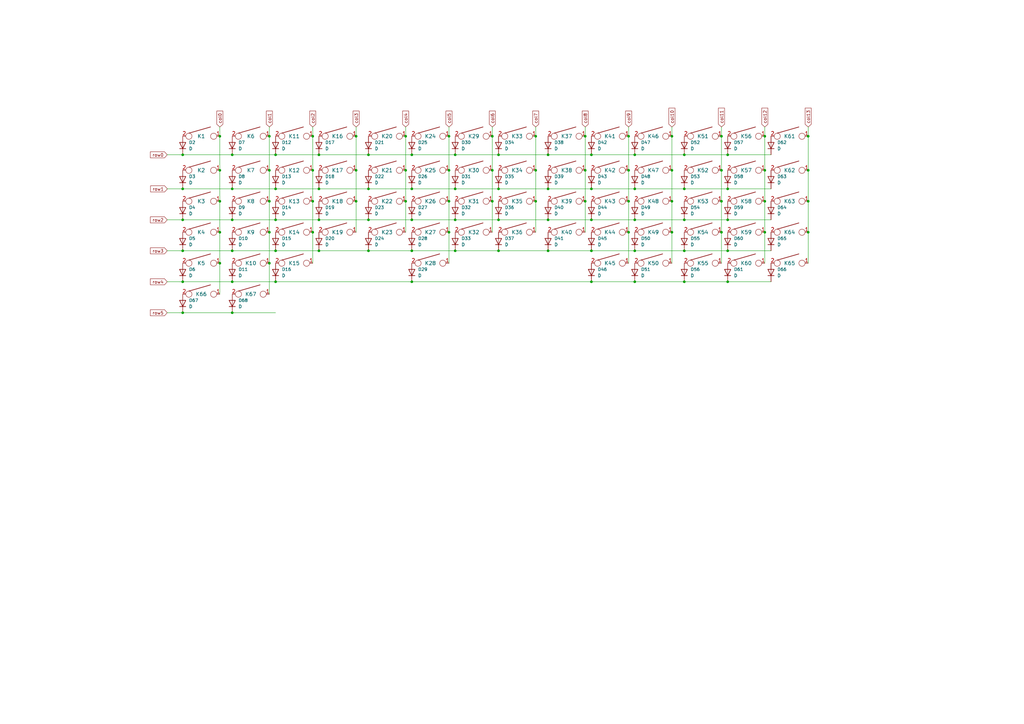
<source format=kicad_sch>
(kicad_sch (version 20230121) (generator eeschema)
  (paper "A3")
  (junction (at 280.67 90.17))
  (junction (at 219.71 82.55))
  (junction (at 146.05 82.55))
  (junction (at 95.25 115.57))
  (junction (at 260.35 77.47))
  (junction (at 257.81 95.25))
  (junction (at 298.45 90.17))
  (junction (at 242.57 77.47))
  (junction (at 128.27 55.88))
  (junction (at 257.81 69.85))
  (junction (at 331.47 55.88))
  (junction (at 184.15 69.85))
  (junction (at 90.17 107.95))
  (junction (at 224.79 63.5))
  (junction (at 242.57 102.87))
  (junction (at 151.13 102.87))
  (junction (at 184.15 55.88))
  (junction (at 130.81 90.17))
  (junction (at 95.25 128.27))
  (junction (at 130.81 63.5))
  (junction (at 146.05 69.85))
  (junction (at 275.59 95.25))
  (junction (at 95.25 77.47))
  (junction (at 113.03 90.17))
  (junction (at 186.69 102.87))
  (junction (at 168.91 77.47))
  (junction (at 260.35 115.57))
  (junction (at 90.17 55.88))
  (junction (at 242.57 90.17))
  (junction (at 151.13 63.5))
  (junction (at 201.93 82.55))
  (junction (at 295.91 55.88))
  (junction (at 224.79 77.47))
  (junction (at 224.79 90.17))
  (junction (at 280.67 77.47))
  (junction (at 280.67 102.87))
  (junction (at 130.81 77.47))
  (junction (at 313.69 82.55))
  (junction (at 186.69 63.5))
  (junction (at 184.15 82.55))
  (junction (at 204.47 102.87))
  (junction (at 90.17 95.25))
  (junction (at 113.03 77.47))
  (junction (at 280.67 115.57))
  (junction (at 74.93 115.57))
  (junction (at 260.35 90.17))
  (junction (at 240.03 55.88))
  (junction (at 295.91 82.55))
  (junction (at 275.59 82.55))
  (junction (at 204.47 77.47))
  (junction (at 95.25 102.87))
  (junction (at 257.81 55.88))
  (junction (at 130.81 102.87))
  (junction (at 298.45 77.47))
  (junction (at 298.45 115.57))
  (junction (at 110.49 55.88))
  (junction (at 295.91 95.25))
  (junction (at 74.93 102.87))
  (junction (at 168.91 115.57))
  (junction (at 186.69 77.47))
  (junction (at 242.57 115.57))
  (junction (at 74.93 77.47))
  (junction (at 201.93 55.88))
  (junction (at 242.57 63.5))
  (junction (at 224.79 102.87))
  (junction (at 110.49 69.85))
  (junction (at 113.03 102.87))
  (junction (at 166.37 55.88))
  (junction (at 90.17 82.55))
  (junction (at 113.03 115.57))
  (junction (at 257.81 82.55))
  (junction (at 275.59 69.85))
  (junction (at 313.69 55.88))
  (junction (at 128.27 69.85))
  (junction (at 260.35 63.5))
  (junction (at 113.03 63.5))
  (junction (at 298.45 102.87))
  (junction (at 313.69 95.25))
  (junction (at 186.69 90.17))
  (junction (at 331.47 69.85))
  (junction (at 128.27 95.25))
  (junction (at 313.69 69.85))
  (junction (at 74.93 128.27))
  (junction (at 240.03 82.55))
  (junction (at 166.37 69.85))
  (junction (at 219.71 55.88))
  (junction (at 275.59 55.88))
  (junction (at 331.47 95.25))
  (junction (at 128.27 82.55))
  (junction (at 110.49 95.25))
  (junction (at 280.67 63.5))
  (junction (at 260.35 102.87))
  (junction (at 201.93 69.85))
  (junction (at 166.37 82.55))
  (junction (at 95.25 63.5))
  (junction (at 95.25 90.17))
  (junction (at 146.05 55.88))
  (junction (at 298.45 63.5))
  (junction (at 151.13 77.47))
  (junction (at 204.47 63.5))
  (junction (at 240.03 69.85))
  (junction (at 204.47 90.17))
  (junction (at 74.93 63.5))
  (junction (at 184.15 95.25))
  (junction (at 110.49 107.95))
  (junction (at 168.91 63.5))
  (junction (at 110.49 82.55))
  (junction (at 151.13 90.17))
  (junction (at 331.47 82.55))
  (junction (at 168.91 90.17))
  (junction (at 219.71 69.85))
  (junction (at 74.93 90.17))
  (junction (at 168.91 102.87))
  (junction (at 295.91 69.85))
  (junction (at 90.17 69.85))
  (wire (pts (xy 280.67 77.47) (xy 298.45 77.47)))
  (wire (pts (xy 151.13 63.5) (xy 168.91 63.5)))
  (wire (pts (xy 113.03 102.87) (xy 130.81 102.87)))
  (wire (pts (xy 166.37 82.55) (xy 166.37 95.25)))
  (wire (pts (xy 219.71 52.07) (xy 219.71 55.88)))
  (wire (pts (xy 240.03 52.07) (xy 240.03 55.88)))
  (wire (pts (xy 313.69 52.07) (xy 313.69 55.88)))
  (wire (pts (xy 238.76 55.88) (xy 240.03 55.88)))
  (wire (pts (xy 260.35 102.87) (xy 280.67 102.87)))
  (wire (pts (xy 257.81 82.55) (xy 257.81 95.25)))
  (wire (pts (xy 275.59 95.25) (xy 275.59 107.95)))
  (wire (pts (xy 165.1 55.88) (xy 166.37 55.88)))
  (wire (pts (xy 90.17 82.55) (xy 90.17 95.25)))
  (wire (pts (xy 74.93 77.47) (xy 95.25 77.47)))
  (wire (pts (xy 298.45 77.47) (xy 316.23 77.47)))
  (wire (pts (xy 204.47 102.87) (xy 224.79 102.87)))
  (wire (pts (xy 168.91 63.5) (xy 186.69 63.5)))
  (wire (pts (xy 280.67 102.87) (xy 298.45 102.87)))
  (wire (pts (xy 201.93 55.88) (xy 201.93 69.85)))
  (wire (pts (xy 331.47 95.25) (xy 331.47 107.95)))
  (wire (pts (xy 275.59 55.88) (xy 275.59 69.85)))
  (wire (pts (xy 90.17 52.07) (xy 90.17 55.88)))
  (wire (pts (xy 200.66 55.88) (xy 201.93 55.88)))
  (wire (pts (xy 219.71 69.85) (xy 219.71 82.55)))
  (wire (pts (xy 294.64 55.88) (xy 295.91 55.88)))
  (wire (pts (xy 68.58 102.87) (xy 74.93 102.87)))
  (wire (pts (xy 95.25 63.5) (xy 113.03 63.5)))
  (wire (pts (xy 224.79 63.5) (xy 242.57 63.5)))
  (wire (pts (xy 295.91 55.88) (xy 295.91 69.85)))
  (wire (pts (xy 280.67 90.17) (xy 298.45 90.17)))
  (wire (pts (xy 260.35 63.5) (xy 280.67 63.5)))
  (wire (pts (xy 295.91 95.25) (xy 295.91 107.95)))
  (wire (pts (xy 166.37 52.07) (xy 166.37 55.88)))
  (wire (pts (xy 275.59 69.85) (xy 275.59 82.55)))
  (wire (pts (xy 130.81 77.47) (xy 151.13 77.47)))
  (wire (pts (xy 186.69 77.47) (xy 204.47 77.47)))
  (wire (pts (xy 90.17 107.95) (xy 90.17 120.65)))
  (wire (pts (xy 275.59 52.07) (xy 275.59 55.88)))
  (wire (pts (xy 130.81 90.17) (xy 151.13 90.17)))
  (wire (pts (xy 74.93 102.87) (xy 95.25 102.87)))
  (wire (pts (xy 128.27 82.55) (xy 128.27 95.25)))
  (wire (pts (xy 110.49 82.55) (xy 110.49 95.25)))
  (wire (pts (xy 331.47 69.85) (xy 331.47 82.55)))
  (wire (pts (xy 168.91 102.87) (xy 186.69 102.87)))
  (wire (pts (xy 128.27 55.88) (xy 128.27 69.85)))
  (wire (pts (xy 331.47 82.55) (xy 331.47 95.25)))
  (wire (pts (xy 201.93 82.55) (xy 201.93 95.25)))
  (wire (pts (xy 201.93 52.07) (xy 201.93 55.88)))
  (wire (pts (xy 260.35 90.17) (xy 280.67 90.17)))
  (wire (pts (xy 74.93 90.17) (xy 95.25 90.17)))
  (wire (pts (xy 151.13 77.47) (xy 168.91 77.47)))
  (wire (pts (xy 240.03 55.88) (xy 240.03 69.85)))
  (wire (pts (xy 168.91 90.17) (xy 186.69 90.17)))
  (wire (pts (xy 201.93 69.85) (xy 201.93 82.55)))
  (wire (pts (xy 313.69 95.25) (xy 313.69 107.95)))
  (wire (pts (xy 146.05 82.55) (xy 146.05 95.25)))
  (wire (pts (xy 68.58 128.27) (xy 74.93 128.27)))
  (wire (pts (xy 110.49 107.95) (xy 110.49 120.65)))
  (wire (pts (xy 95.25 90.17) (xy 113.03 90.17)))
  (wire (pts (xy 242.57 63.5) (xy 260.35 63.5)))
  (wire (pts (xy 68.58 115.57) (xy 74.93 115.57)))
  (wire (pts (xy 240.03 69.85) (xy 240.03 82.55)))
  (wire (pts (xy 257.81 69.85) (xy 257.81 82.55)))
  (wire (pts (xy 313.69 55.88) (xy 313.69 69.85)))
  (wire (pts (xy 204.47 63.5) (xy 224.79 63.5)))
  (wire (pts (xy 224.79 77.47) (xy 242.57 77.47)))
  (wire (pts (xy 95.25 77.47) (xy 113.03 77.47)))
  (wire (pts (xy 313.69 69.85) (xy 313.69 82.55)))
  (wire (pts (xy 204.47 77.47) (xy 224.79 77.47)))
  (wire (pts (xy 331.47 55.88) (xy 331.47 69.85)))
  (wire (pts (xy 280.67 115.57) (xy 298.45 115.57)))
  (wire (pts (xy 74.93 115.57) (xy 95.25 115.57)))
  (wire (pts (xy 224.79 102.87) (xy 242.57 102.87)))
  (wire (pts (xy 113.03 63.5) (xy 130.81 63.5)))
  (wire (pts (xy 224.79 90.17) (xy 242.57 90.17)))
  (wire (pts (xy 298.45 115.57) (xy 316.23 115.57)))
  (wire (pts (xy 242.57 90.17) (xy 260.35 90.17)))
  (wire (pts (xy 128.27 52.07) (xy 128.27 55.88)))
  (wire (pts (xy 90.17 55.88) (xy 90.17 69.85)))
  (wire (pts (xy 242.57 102.87) (xy 260.35 102.87)))
  (wire (pts (xy 128.27 69.85) (xy 128.27 82.55)))
  (wire (pts (xy 331.47 52.07) (xy 331.47 55.88)))
  (wire (pts (xy 298.45 63.5) (xy 316.23 63.5)))
  (wire (pts (xy 204.47 90.17) (xy 224.79 90.17)))
  (wire (pts (xy 113.03 77.47) (xy 130.81 77.47)))
  (wire (pts (xy 110.49 69.85) (xy 110.49 82.55)))
  (wire (pts (xy 184.15 52.07) (xy 184.15 55.88)))
  (wire (pts (xy 219.71 82.55) (xy 219.71 95.25)))
  (wire (pts (xy 95.25 115.57) (xy 113.03 115.57)))
  (wire (pts (xy 146.05 69.85) (xy 146.05 82.55)))
  (wire (pts (xy 130.81 63.5) (xy 151.13 63.5)))
  (wire (pts (xy 168.91 77.47) (xy 186.69 77.47)))
  (wire (pts (xy 186.69 90.17) (xy 204.47 90.17)))
  (wire (pts (xy 166.37 69.85) (xy 166.37 82.55)))
  (wire (pts (xy 242.57 77.47) (xy 260.35 77.47)))
  (wire (pts (xy 184.15 69.85) (xy 184.15 82.55)))
  (wire (pts (xy 184.15 55.88) (xy 184.15 69.85)))
  (wire (pts (xy 151.13 102.87) (xy 168.91 102.87)))
  (wire (pts (xy 90.17 69.85) (xy 90.17 82.55)))
  (wire (pts (xy 186.69 63.5) (xy 204.47 63.5)))
  (wire (pts (xy 146.05 55.88) (xy 146.05 69.85)))
  (wire (pts (xy 184.15 95.25) (xy 184.15 107.95)))
  (wire (pts (xy 219.71 55.88) (xy 219.71 69.85)))
  (wire (pts (xy 280.67 63.5) (xy 298.45 63.5)))
  (wire (pts (xy 168.91 115.57) (xy 242.57 115.57)))
  (wire (pts (xy 146.05 52.07) (xy 146.05 55.88)))
  (wire (pts (xy 68.58 63.5) (xy 74.93 63.5)))
  (wire (pts (xy 90.17 95.25) (xy 90.17 107.95)))
  (wire (pts (xy 151.13 90.17) (xy 168.91 90.17)))
  (wire (pts (xy 295.91 52.07) (xy 295.91 55.88)))
  (wire (pts (xy 95.25 128.27) (xy 113.03 128.27)))
  (wire (pts (xy 109.22 55.88) (xy 110.49 55.88)))
  (wire (pts (xy 257.81 55.88) (xy 257.81 69.85)))
  (wire (pts (xy 113.03 115.57) (xy 168.91 115.57)))
  (wire (pts (xy 295.91 82.55) (xy 295.91 95.25)))
  (wire (pts (xy 298.45 90.17) (xy 316.23 90.17)))
  (wire (pts (xy 128.27 95.25) (xy 128.27 107.95)))
  (wire (pts (xy 74.93 63.5) (xy 95.25 63.5)))
  (wire (pts (xy 113.03 90.17) (xy 130.81 90.17)))
  (wire (pts (xy 298.45 102.87) (xy 316.23 102.87)))
  (wire (pts (xy 166.37 55.88) (xy 166.37 69.85)))
  (wire (pts (xy 260.35 77.47) (xy 280.67 77.47)))
  (wire (pts (xy 240.03 82.55) (xy 240.03 95.25)))
  (wire (pts (xy 68.58 90.17) (xy 74.93 90.17)))
  (wire (pts (xy 110.49 55.88) (xy 110.49 69.85)))
  (wire (pts (xy 257.81 95.25) (xy 257.81 107.95)))
  (wire (pts (xy 184.15 82.55) (xy 184.15 95.25)))
  (wire (pts (xy 68.58 77.47) (xy 74.93 77.47)))
  (wire (pts (xy 275.59 82.55) (xy 275.59 95.25)))
  (wire (pts (xy 186.69 102.87) (xy 204.47 102.87)))
  (wire (pts (xy 257.81 52.07) (xy 257.81 55.88)))
  (wire (pts (xy 260.35 115.57) (xy 280.67 115.57)))
  (wire (pts (xy 74.93 128.27) (xy 95.25 128.27)))
  (wire (pts (xy 110.49 95.25) (xy 110.49 107.95)))
  (wire (pts (xy 330.2 55.88) (xy 331.47 55.88)))
  (wire (pts (xy 95.25 102.87) (xy 113.03 102.87)))
  (wire (pts (xy 295.91 69.85) (xy 295.91 82.55)))
  (wire (pts (xy 313.69 82.55) (xy 313.69 95.25)))
  (wire (pts (xy 130.81 102.87) (xy 151.13 102.87)))
  (wire (pts (xy 242.57 115.57) (xy 260.35 115.57)))
  (wire (pts (xy 110.49 52.07) (xy 110.49 55.88)))
  (global_label "col12" (shape input) (at 313.69 52.07 90) (property "Intersheetrefs" "${INTERSHEET_REFS}" (effects hide)))
  (global_label "col6" (shape input) (at 201.93 52.07 90) (property "Intersheetrefs" "${INTERSHEET_REFS}" (effects hide)))
  (global_label "col0" (shape input) (at 90.17 52.07 90) (property "Intersheetrefs" "${INTERSHEET_REFS}" (effects hide)))
  (global_label "row5" (shape input) (at 68.58 128.27 180) (property "Intersheetrefs" "${INTERSHEET_REFS}" (effects hide)))
  (global_label "col7" (shape input) (at 219.71 52.07 90) (property "Intersheetrefs" "${INTERSHEET_REFS}" (effects hide)))
  (global_label "col4" (shape input) (at 166.37 52.07 90) (property "Intersheetrefs" "${INTERSHEET_REFS}" (effects hide)))
  (global_label "row0" (shape input) (at 68.58 63.5 180) (property "Intersheetrefs" "${INTERSHEET_REFS}" (effects hide)))
  (global_label "col13" (shape input) (at 331.47 52.07 90) (property "Intersheetrefs" "${INTERSHEET_REFS}" (effects hide)))
  (global_label "row4" (shape input) (at 68.58 115.57 180) (property "Intersheetrefs" "${INTERSHEET_REFS}" (effects hide)))
  (global_label "row1" (shape input) (at 68.6447 77.47 180) (property "Intersheetrefs" "${INTERSHEET_REFS}" (effects hide)))
  (global_label "col3" (shape input) (at 146.05 52.07 90) (property "Intersheetrefs" "${INTERSHEET_REFS}" (effects hide)))
  (global_label "col8" (shape input) (at 240.03 52.07 90) (property "Intersheetrefs" "${INTERSHEET_REFS}" (effects hide)))
  (global_label "col5" (shape input) (at 184.15 52.07 90) (property "Intersheetrefs" "${INTERSHEET_REFS}" (effects hide)))
  (global_label "col9" (shape input) (at 257.81 52.07 90) (property "Intersheetrefs" "${INTERSHEET_REFS}" (effects hide)))
  (global_label "row2" (shape input) (at 68.58 90.17 180) (property "Intersheetrefs" "${INTERSHEET_REFS}" (effects hide)))
  (global_label "col1" (shape input) (at 110.49 52.07 90) (property "Intersheetrefs" "${INTERSHEET_REFS}" (effects hide)))
  (global_label "col11" (shape input) (at 295.91 52.07 90) (property "Intersheetrefs" "${INTERSHEET_REFS}" (effects hide)))
  (global_label "row3" (shape input) (at 68.58 102.87 180) (property "Intersheetrefs" "${INTERSHEET_REFS}" (effects hide)))
  (global_label "col10" (shape input) (at 275.59 52.07 90) (property "Intersheetrefs" "${INTERSHEET_REFS}" (effects hide)))
  (global_label "col2" (shape input) (at 128.27 52.07 90) (property "Intersheetrefs" "${INTERSHEET_REFS}" (effects hide)))
  (symbol (lib_id "keyboard_parts:KEYSW") (at 120.65 82.55 0) (unit 1)
    (property "Reference" "K13" (at 120.65 82.55 0) (effects (font (size 1.524 1.524))))
    (property "Value" "KEYSW" (effects hide))
    (property "Footprint" "marbastlib-mx:SW_MX_HS_1u" (effects hide))
  )
  (symbol (lib_id "keyboard_parts:KEYSW") (at 102.87 82.55 0) (unit 1)
    (property "Reference" "K8" (at 102.87 82.55 0) (effects (font (size 1.524 1.524))))
    (property "Value" "KEYSW" (effects hide))
    (property "Footprint" "marbastlib-mx:SW_MX_HS_1u" (effects hide))
  )
  (symbol (lib_id "keyboard_parts:KEYSW") (at 120.65 95.25 0) (unit 1)
    (property "Reference" "K14" (at 120.65 95.25 0) (effects (font (size 1.524 1.524))))
    (property "Value" "KEYSW" (effects hide))
    (property "Footprint" "marbastlib-mx:SW_MX_HS_1u" (effects hide))
  )
  (symbol (lib_id "keyboard_parts:KEYSW") (at 194.31 82.55 0) (unit 1)
    (property "Reference" "K31" (at 194.31 82.55 0) (effects (font (size 1.524 1.524))))
    (property "Value" "KEYSW" (effects hide))
    (property "Footprint" "marbastlib-mx:SW_MX_HS_1u" (effects hide))
  )
  (symbol (lib_id "Device:D") (at 113.03 59.69 90) (unit 1)
    (property "Reference" "D12" (at 115.57 58.4199 90) (effects (justify right)))
    (property "Value" "D" (at 115.57 60.9599 90) (effects (justify right)))
    (property "Footprint" "keyboard_parts:D_SOD123_axial" (effects hide))
    (instances (project "Mechanical-Keyboard-PCB" (path "" (reference "D12") (unit 1))) (project "Keyboard Projectv3" (path "" (reference "D11") (unit 1))))
  )
  (symbol (lib_id "Device:D") (at 74.93 73.66 90) (unit 1)
    (property "Reference" "D3" (at 77.47 72.3899 90) (effects (justify right)))
    (property "Value" "D" (at 77.47 74.9299 90) (effects (justify right)))
    (property "Footprint" "keyboard_parts:D_SOD123_axial" (effects hide))
    (instances (project "Mechanical-Keyboard-PCB" (path "" (reference "D3") (unit 1))) (project "Keyboard Projectv3" (path "" (reference "D2") (unit 1))))
  )
  (symbol (lib_id "keyboard_parts:KEYSW") (at 158.75 55.88 0) (unit 1)
    (property "Reference" "K20" (at 158.75 55.88 0) (effects (font (size 1.524 1.524))))
    (property "Value" "4" (effects hide))
    (property "Footprint" "marbastlib-mx:SW_MX_HS_1u" (effects hide))
  )
  (symbol (lib_id "keyboard_parts:KEYSW") (at 158.75 82.55 0) (unit 1)
    (property "Reference" "K22" (at 158.75 82.55 0) (effects (font (size 1.524 1.524))))
    (property "Value" "KEYSW" (effects hide))
    (property "Footprint" "marbastlib-mx:SW_MX_HS_1u" (effects hide))
  )
  (symbol (lib_id "keyboard_parts:KEYSW") (at 102.87 95.25 0) (unit 1)
    (property "Reference" "K9" (at 102.87 95.25 0) (effects (font (size 1.524 1.524))))
    (property "Value" "KEYSW" (effects hide))
    (property "Footprint" "marbastlib-mx:SW_MX_HS_1u" (effects hide))
  )
  (symbol (lib_id "keyboard_parts:KEYSW") (at 306.07 82.55 0) (unit 1)
    (property "Reference" "K58" (at 306.07 82.55 0) (effects (font (size 1.524 1.524))))
    (property "Value" "KEYSW" (effects hide))
    (property "Footprint" "marbastlib-mx:SW_MX_HS_1u" (effects hide))
  )
  (symbol (lib_id "Device:D") (at 74.93 124.46 90) (unit 1)
    (property "Reference" "D67" (at 77.47 123.1899 90) (effects (justify right)))
    (property "Value" "D" (at 77.47 125.7299 90) (effects (justify right)))
    (property "Footprint" "keyboard_parts:D_SOD123_axial" (effects hide))
    (instances (project "Mechanical-Keyboard-PCB" (path "" (reference "D67") (unit 1))) (project "Keyboard Projectv3" (path "" (reference "D10") (unit 1))))
  )
  (symbol (lib_id "Device:D") (at 224.79 59.69 90) (unit 1)
    (property "Reference" "D38" (at 227.33 58.4199 90) (effects (justify right)))
    (property "Value" "D" (at 227.33 60.9599 90) (effects (justify right)))
    (property "Footprint" "keyboard_parts:D_SOD123_axial" (effects hide))
    (instances (project "Mechanical-Keyboard-PCB" (path "" (reference "D38") (unit 1))) (project "Keyboard Projectv3" (path "" (reference "D37") (unit 1))))
  )
  (symbol (lib_id "keyboard_parts:KEYSW") (at 267.97 82.55 0) (unit 1)
    (property "Reference" "K48" (at 267.97 82.55 0) (effects (font (size 1.524 1.524))))
    (property "Value" "K" (effects hide))
    (property "Footprint" "marbastlib-mx:SW_MX_HS_1u" (effects hide))
  )
  (symbol (lib_id "keyboard_parts:KEYSW") (at 176.53 55.88 0) (unit 1)
    (property "Reference" "K24" (at 176.53 55.88 0) (effects (font (size 1.524 1.524))))
    (property "Value" "5" (effects hide))
    (property "Footprint" "marbastlib-mx:SW_MX_HS_1u" (effects hide))
  )
  (symbol (lib_id "keyboard_parts:KEYSW") (at 138.43 55.88 0) (unit 1)
    (property "Reference" "K16" (at 138.43 55.88 0) (effects (font (size 1.524 1.524))))
    (property "Value" "3" (effects hide))
    (property "Footprint" "marbastlib-mx:SW_MX_HS_1u" (effects hide))
  )
  (symbol (lib_id "keyboard_parts:KEYSW") (at 102.87 107.95 0) (unit 1)
    (property "Reference" "K10" (at 102.87 107.95 0) (effects (font (size 1.524 1.524))))
    (property "Value" "KEYSW" (effects hide))
    (property "Footprint" "marbastlib-mx:SW_MX_HS_1.25u" (effects hide))
  )
  (symbol (lib_id "Device:D") (at 298.45 111.76 90) (unit 1)
    (property "Reference" "D61" (at 300.99 110.4899 90) (effects (justify right)))
    (property "Value" "D" (at 300.99 113.0299 90) (effects (justify right)))
    (property "Footprint" "keyboard_parts:D_SOD123_axial" (effects hide))
    (instances (project "Mechanical-Keyboard-PCB" (path "" (reference "D61") (unit 1))) (project "Keyboard Projectv3" (path "" (reference "D60") (unit 1))))
  )
  (symbol (lib_id "Device:D") (at 224.79 73.66 90) (unit 1)
    (property "Reference" "D39" (at 227.33 72.3899 90) (effects (justify right)))
    (property "Value" "D" (at 227.33 74.9299 90) (effects (justify right)))
    (property "Footprint" "keyboard_parts:D_SOD123_axial" (effects hide))
    (instances (project "Mechanical-Keyboard-PCB" (path "" (reference "D39") (unit 1))) (project "Keyboard Projectv3" (path "" (reference "D38") (unit 1))))
  )
  (symbol (lib_id "keyboard_parts:KEYSW") (at 267.97 95.25 0) (unit 1)
    (property "Reference" "K49" (at 267.97 95.25 0) (effects (font (size 1.524 1.524))))
    (property "Value" "KEYSW" (effects hide))
    (property "Footprint" "marbastlib-mx:SW_MX_HS_1u" (effects hide))
  )
  (symbol (lib_id "keyboard_parts:KEYSW") (at 267.97 69.85 0) (unit 1)
    (property "Reference" "K47" (at 267.97 69.85 0) (effects (font (size 1.524 1.524))))
    (property "Value" "KEYSW" (effects hide))
    (property "Footprint" "marbastlib-mx:SW_MX_HS_1u" (effects hide))
  )
  (symbol (lib_id "Device:D") (at 95.25 86.36 90) (unit 1)
    (property "Reference" "D9" (at 97.79 85.0899 90) (effects (justify right)))
    (property "Value" "D" (at 97.79 87.6299 90) (effects (justify right)))
    (property "Footprint" "keyboard_parts:D_SOD123_axial" (effects hide))
    (instances (project "Mechanical-Keyboard-PCB" (path "" (reference "D9") (unit 1))) (project "Keyboard Projectv3" (path "" (reference "D8") (unit 1))))
  )
  (symbol (lib_id "Device:D") (at 224.79 86.36 90) (unit 1)
    (property "Reference" "D40" (at 227.33 85.0899 90) (effects (justify right)))
    (property "Value" "D" (at 227.33 87.6299 90) (effects (justify right)))
    (property "Footprint" "keyboard_parts:D_SOD123_axial" (effects hide))
    (instances (project "Mechanical-Keyboard-PCB" (path "" (reference "D40") (unit 1))) (project "Keyboard Projectv3" (path "" (reference "D39") (unit 1))))
  )
  (symbol (lib_id "keyboard_parts:KEYSW") (at 250.19 55.88 0) (unit 1)
    (property "Reference" "K41" (at 250.19 55.88 0) (effects (font (size 1.524 1.524))))
    (property "Value" "9" (effects hide))
    (property "Footprint" "marbastlib-mx:SW_MX_HS_1u" (effects hide))
  )
  (symbol (lib_id "Device:D") (at 242.57 73.66 90) (unit 1)
    (property "Reference" "D43" (at 245.11 72.3899 90) (effects (justify right)))
    (property "Value" "D" (at 245.11 74.9299 90) (effects (justify right)))
    (property "Footprint" "keyboard_parts:D_SOD123_axial" (effects hide))
    (instances (project "Mechanical-Keyboard-PCB" (path "" (reference "D43") (unit 1))) (project "Keyboard Projectv3" (path "" (reference "D42") (unit 1))))
  )
  (symbol (lib_id "keyboard_parts:KEYSW") (at 82.55 82.55 0) (unit 1)
    (property "Reference" "K3" (at 82.55 82.55 0) (effects (font (size 1.524 1.524))))
    (property "Value" "KEYSW" (effects hide))
    (property "Footprint" "marbastlib-mx:SW_MX_HS_1.75u" (effects hide))
  )
  (symbol (lib_id "Device:D") (at 151.13 73.66 90) (unit 1)
    (property "Reference" "D22" (at 153.67 72.3899 90) (effects (justify right)))
    (property "Value" "D" (at 153.67 74.9299 90) (effects (justify right)))
    (property "Footprint" "keyboard_parts:D_SOD123_axial" (effects hide))
    (instances (project "Mechanical-Keyboard-PCB" (path "" (reference "D22") (unit 1))) (project "Keyboard Projectv3" (path "" (reference "D21") (unit 1))))
  )
  (symbol (lib_id "Device:D") (at 95.25 124.46 90) (unit 1)
    (property "Reference" "D68" (at 97.79 123.1899 90) (effects (justify right)))
    (property "Value" "D" (at 97.79 125.7299 90) (effects (justify right)))
    (property "Footprint" "keyboard_parts:D_SOD123_axial" (effects hide))
    (instances (project "Mechanical-Keyboard-PCB" (path "" (reference "D68") (unit 1))) (project "Keyboard Projectv3" (path "" (reference "D10") (unit 1))))
  )
  (symbol (lib_id "Device:D") (at 260.35 59.69 90) (unit 1)
    (property "Reference" "D47" (at 262.89 58.4199 90) (effects (justify right)))
    (property "Value" "D" (at 262.89 60.9599 90) (effects (justify right)))
    (property "Footprint" "keyboard_parts:D_SOD123_axial" (effects hide))
    (instances (project "Mechanical-Keyboard-PCB" (path "" (reference "D47") (unit 1))) (project "Keyboard Projectv3" (path "" (reference "D46") (unit 1))))
  )
  (symbol (lib_id "Device:D") (at 316.23 59.69 90) (unit 1)
    (property "Reference" "D62" (at 318.77 58.4199 90) (effects (justify right)))
    (property "Value" "D" (at 318.77 60.9599 90) (effects (justify right)))
    (property "Footprint" "keyboard_parts:D_SOD123_axial" (effects hide))
    (instances (project "Mechanical-Keyboard-PCB" (path "" (reference "D62") (unit 1))) (project "Keyboard Projectv3" (path "" (reference "D61") (unit 1))))
  )
  (symbol (lib_id "Device:D") (at 260.35 73.66 90) (unit 1)
    (property "Reference" "D48" (at 262.89 72.3899 90) (effects (justify right)))
    (property "Value" "D" (at 262.89 74.9299 90) (effects (justify right)))
    (property "Footprint" "keyboard_parts:D_SOD123_axial" (effects hide))
    (instances (project "Mechanical-Keyboard-PCB" (path "" (reference "D48") (unit 1))) (project "Keyboard Projectv3" (path "" (reference "D47") (unit 1))))
  )
  (symbol (lib_id "Device:D") (at 224.79 99.06 90) (unit 1)
    (property "Reference" "D41" (at 227.33 97.7899 90) (effects (justify right)))
    (property "Value" "D" (at 227.33 100.3299 90) (effects (justify right)))
    (property "Footprint" "keyboard_parts:D_SOD123_axial" (effects hide))
    (instances (project "Mechanical-Keyboard-PCB" (path "" (reference "D41") (unit 1))) (project "Keyboard Projectv3" (path "" (reference "D40") (unit 1))))
  )
  (symbol (lib_id "keyboard_parts:KEYSW") (at 288.29 95.25 0) (unit 1)
    (property "Reference" "K54" (at 288.29 95.25 0) (effects (font (size 1.524 1.524))))
    (property "Value" "KEYSW" (effects hide))
    (property "Footprint" "marbastlib-mx:SW_MX_HS_1.75u" (effects hide))
  )
  (symbol (lib_id "Device:D") (at 260.35 86.36 90) (unit 1)
    (property "Reference" "D49" (at 262.89 85.0899 90) (effects (justify right)))
    (property "Value" "D" (at 262.89 87.6299 90) (effects (justify right)))
    (property "Footprint" "keyboard_parts:D_SOD123_axial" (effects hide))
    (instances (project "Mechanical-Keyboard-PCB" (path "" (reference "D49") (unit 1))) (project "Keyboard Projectv3" (path "" (reference "D48") (unit 1))))
  )
  (symbol (lib_id "keyboard_parts:KEYSW") (at 306.07 107.95 0) (unit 1)
    (property "Reference" "K60" (at 306.07 107.95 0) (effects (font (size 1.524 1.524))))
    (property "Value" "KEYSW" (effects hide))
    (property "Footprint" "marbastlib-mx:SW_MX_HS_1u" (effects hide))
  )
  (symbol (lib_id "keyboard_parts:KEYSW") (at 102.87 55.88 0) (unit 1)
    (property "Reference" "K6" (at 102.87 55.88 0) (effects (font (size 1.524 1.524))))
    (property "Value" "1" (effects hide))
    (property "Footprint" "marbastlib-mx:SW_MX_HS_1u" (effects hide))
  )
  (symbol (lib_id "keyboard_parts:KEYSW") (at 120.65 69.85 0) (unit 1)
    (property "Reference" "K12" (at 120.65 69.85 0) (effects (font (size 1.524 1.524))))
    (property "Value" "KEYSW" (effects hide))
    (property "Footprint" "marbastlib-mx:SW_MX_HS_1u" (effects hide))
  )
  (symbol (lib_id "keyboard_parts:KEYSW") (at 138.43 69.85 0) (unit 1)
    (property "Reference" "K17" (at 138.43 69.85 0) (effects (font (size 1.524 1.524))))
    (property "Value" "KEYSW" (effects hide))
    (property "Footprint" "marbastlib-mx:SW_MX_HS_1u" (effects hide))
  )
  (symbol (lib_id "Device:D") (at 130.81 99.06 90) (unit 1)
    (property "Reference" "D20" (at 133.35 97.7899 90) (effects (justify right)))
    (property "Value" "D" (at 133.35 100.3299 90) (effects (justify right)))
    (property "Footprint" "keyboard_parts:D_SOD123_axial" (effects hide))
    (instances (project "Mechanical-Keyboard-PCB" (path "" (reference "D20") (unit 1))) (project "Keyboard Projectv3" (path "" (reference "D19") (unit 1))))
  )
  (symbol (lib_id "Device:D") (at 113.03 73.66 90) (unit 1)
    (property "Reference" "D13" (at 115.57 72.3899 90) (effects (justify right)))
    (property "Value" "D" (at 115.57 74.9299 90) (effects (justify right)))
    (property "Footprint" "keyboard_parts:D_SOD123_axial" (effects hide))
    (instances (project "Mechanical-Keyboard-PCB" (path "" (reference "D13") (unit 1))) (project "Keyboard Projectv3" (path "" (reference "D12") (unit 1))))
  )
  (symbol (lib_id "Device:D") (at 130.81 86.36 90) (unit 1)
    (property "Reference" "D19" (at 133.35 85.0899 90) (effects (justify right)))
    (property "Value" "D" (at 133.35 87.6299 90) (effects (justify right)))
    (property "Footprint" "keyboard_parts:D_SOD123_axial" (effects hide))
    (instances (project "Mechanical-Keyboard-PCB" (path "" (reference "D19") (unit 1))) (project "Keyboard Projectv3" (path "" (reference "D18") (unit 1))))
  )
  (symbol (lib_id "Device:D") (at 280.67 99.06 90) (unit 1)
    (property "Reference" "D55" (at 283.21 97.7899 90) (effects (justify right)))
    (property "Value" "D" (at 283.21 100.3299 90) (effects (justify right)))
    (property "Footprint" "keyboard_parts:D_SOD123_axial" (effects hide))
    (instances (project "Mechanical-Keyboard-PCB" (path "" (reference "D55") (unit 1))) (project "Keyboard Projectv3" (path "" (reference "D54") (unit 1))))
  )
  (symbol (lib_id "Device:D") (at 260.35 111.76 90) (unit 1)
    (property "Reference" "D51" (at 262.89 110.4899 90) (effects (justify right)))
    (property "Value" "D" (at 262.89 113.0299 90) (effects (justify right)))
    (property "Footprint" "keyboard_parts:D_SOD123_axial" (effects hide))
    (instances (project "Mechanical-Keyboard-PCB" (path "" (reference "D51") (unit 1))) (project "Keyboard Projectv3" (path "" (reference "D50") (unit 1))))
  )
  (symbol (lib_id "keyboard_parts:KEYSW") (at 194.31 69.85 0) (unit 1)
    (property "Reference" "K30" (at 194.31 69.85 0) (effects (font (size 1.524 1.524))))
    (property "Value" "KEYSW" (effects hide))
    (property "Footprint" "marbastlib-mx:SW_MX_HS_1u" (effects hide))
  )
  (symbol (lib_id "Device:D") (at 298.45 99.06 90) (unit 1)
    (property "Reference" "D60" (at 300.99 97.7899 90) (effects (justify right)))
    (property "Value" "D" (at 300.99 100.3299 90) (effects (justify right)))
    (property "Footprint" "keyboard_parts:D_SOD123_axial" (effects hide))
    (instances (project "Mechanical-Keyboard-PCB" (path "" (reference "D60") (unit 1))) (project "Keyboard Projectv3" (path "" (reference "D59") (unit 1))))
  )
  (symbol (lib_id "keyboard_parts:KEYSW") (at 120.65 55.88 0) (unit 1)
    (property "Reference" "K11" (at 120.65 55.88 0) (effects (font (size 1.524 1.524))))
    (property "Value" "2" (effects hide))
    (property "Footprint" "marbastlib-mx:SW_MX_HS_1u" (effects hide))
  )
  (symbol (lib_id "keyboard_parts:KEYSW") (at 82.55 95.25 0) (unit 1)
    (property "Reference" "K4" (at 82.55 95.25 0) (effects (font (size 1.524 1.524))))
    (property "Value" "KEYSW" (effects hide))
    (property "Footprint" "marbastlib-mx:SW_MX_HS_1u" (effects hide))
  )
  (symbol (lib_id "keyboard_parts:KEYSW") (at 288.29 55.88 0) (unit 1)
    (property "Reference" "K51" (at 288.29 55.88 0) (effects (font (size 1.524 1.524))))
    (property "Value" "-" (effects hide))
    (property "Footprint" "marbastlib-mx:SW_MX_HS_1u" (effects hide))
  )
  (symbol (lib_id "Device:D") (at 74.93 111.76 90) (unit 1)
    (property "Reference" "D6" (at 77.47 110.4899 90) (effects (justify right)))
    (property "Value" "D" (at 77.47 113.0299 90) (effects (justify right)))
    (property "Footprint" "keyboard_parts:D_SOD123_axial" (effects hide))
    (instances (project "Mechanical-Keyboard-PCB" (path "" (reference "D6") (unit 1))) (project "Keyboard Projectv3" (path "" (reference "D5") (unit 1))))
  )
  (symbol (lib_id "keyboard_parts:KEYSW") (at 232.41 69.85 0) (unit 1)
    (property "Reference" "K38" (at 232.41 69.85 0) (effects (font (size 1.524 1.524))))
    (property "Value" "KEYSW" (effects hide))
    (property "Footprint" "marbastlib-mx:SW_MX_HS_1u" (effects hide))
  )
  (symbol (lib_id "keyboard_parts:KEYSW") (at 323.85 55.88 0) (unit 1)
    (property "Reference" "K61" (at 323.85 55.88 0) (effects (font (size 1.524 1.524))))
    (property "Value" "BckSpc" (effects hide))
    (property "Footprint" "marbastlib-mx:SW_MX_HS_1u" (effects hide))
  )
  (symbol (lib_id "keyboard_parts:KEYSW") (at 306.07 95.25 0) (unit 1)
    (property "Reference" "K59" (at 306.07 95.25 0) (effects (font (size 1.524 1.524))))
    (property "Value" "KEYSW" (effects hide))
    (property "Footprint" "marbastlib-mx:SW_MX_HS_1u" (effects hide))
  )
  (symbol (lib_id "keyboard_parts:KEYSW") (at 158.75 95.25 0) (unit 1)
    (property "Reference" "K23" (at 158.75 95.25 0) (effects (font (size 1.524 1.524))))
    (property "Value" "KEYSW" (effects hide))
    (property "Footprint" "marbastlib-mx:SW_MX_HS_1u" (effects hide))
  )
  (symbol (lib_id "Device:D") (at 204.47 59.69 90) (unit 1)
    (property "Reference" "D34" (at 207.01 58.4199 90) (effects (justify right)))
    (property "Value" "D" (at 207.01 60.9599 90) (effects (justify right)))
    (property "Footprint" "keyboard_parts:D_SOD123_axial" (effects hide))
    (instances (project "Mechanical-Keyboard-PCB" (path "" (reference "D34") (unit 1))) (project "Keyboard Projectv3" (path "" (reference "D33") (unit 1))))
  )
  (symbol (lib_id "keyboard_parts:KEYSW") (at 176.53 107.95 0) (unit 1)
    (property "Reference" "K28" (at 176.53 107.95 0) (effects (font (size 1.524 1.524))))
    (property "Value" "KEYSW" (effects hide))
    (property "Footprint" "marbastlib-mx:SW_MX_HS_1u" (effects hide))
  )
  (symbol (lib_id "keyboard_parts:KEYSW") (at 82.55 120.65 0) (unit 1)
    (property "Reference" "K66" (at 82.55 120.65 0) (effects (font (size 1.524 1.524))))
    (property "Value" "KEYSW" (effects hide))
    (property "Footprint" "marbastlib-mx:SW_MX_HS_1.25u" (effects hide))
    (instances (project "Mechanical-Keyboard-PCB" (path "" (reference "K66") (unit 1))) (project "Keyboard Projectv3" (path "" (reference "K10") (unit 1))))
  )
  (symbol (lib_id "Device:D") (at 280.67 73.66 90) (unit 1)
    (property "Reference" "D53" (at 283.21 72.3899 90) (effects (justify right)))
    (property "Value" "D" (at 283.21 74.9299 90) (effects (justify right)))
    (property "Footprint" "keyboard_parts:D_SOD123_axial" (effects hide))
    (instances (project "Mechanical-Keyboard-PCB" (path "" (reference "D53") (unit 1))) (project "Keyboard Projectv3" (path "" (reference "D52") (unit 1))))
  )
  (symbol (lib_id "Device:D") (at 316.23 73.66 90) (unit 1)
    (property "Reference" "D63" (at 318.77 72.3899 90) (effects (justify right)))
    (property "Value" "D" (at 318.77 74.9299 90) (effects (justify right)))
    (property "Footprint" "keyboard_parts:D_SOD123_axial" (effects hide))
    (instances (project "Mechanical-Keyboard-PCB" (path "" (reference "D63") (unit 1))) (project "Keyboard Projectv3" (path "" (reference "D62") (unit 1))))
  )
  (symbol (lib_id "keyboard_parts:KEYSW") (at 288.29 82.55 0) (unit 1)
    (property "Reference" "K53" (at 288.29 82.55 0) (effects (font (size 1.524 1.524))))
    (property "Value" "KEYSW" (effects hide))
    (property "Footprint" "marbastlib-mx:SW_MX_HS_1u" (effects hide))
  )
  (symbol (lib_id "Device:D") (at 168.91 99.06 90) (unit 1)
    (property "Reference" "D28" (at 171.45 97.7899 90) (effects (justify right)))
    (property "Value" "D" (at 171.45 100.3299 90) (effects (justify right)))
    (property "Footprint" "keyboard_parts:D_SOD123_axial" (effects hide))
    (instances (project "Mechanical-Keyboard-PCB" (path "" (reference "D28") (unit 1))) (project "Keyboard Projectv3" (path "" (reference "D27") (unit 1))))
  )
  (symbol (lib_id "keyboard_parts:KEYSW") (at 82.55 69.85 0) (unit 1)
    (property "Reference" "K2" (at 82.55 69.85 0) (effects (font (size 1.524 1.524))))
    (property "Value" "KEYSW" (effects hide))
    (property "Footprint" "marbastlib-mx:SW_MX_HS_1.5u" (effects hide))
  )
  (symbol (lib_id "keyboard_parts:KEYSW") (at 82.55 107.95 0) (unit 1)
    (property "Reference" "K5" (at 82.55 107.95 0) (effects (font (size 1.524 1.524))))
    (property "Value" "KEYSW" (effects hide))
    (property "Footprint" "marbastlib-mx:SW_MX_HS_1.25u" (effects hide))
  )
  (symbol (lib_id "keyboard_parts:KEYSW") (at 323.85 107.95 0) (unit 1)
    (property "Reference" "K65" (at 323.85 107.95 0) (effects (font (size 1.524 1.524))))
    (property "Value" "KEYSW" (effects hide))
    (property "Footprint" "marbastlib-mx:SW_MX_HS_1u" (effects hide))
  )
  (symbol (lib_id "keyboard_parts:KEYSW") (at 194.31 55.88 0) (unit 1)
    (property "Reference" "K29" (at 194.31 55.88 0) (effects (font (size 1.524 1.524))))
    (property "Value" "6" (effects hide))
    (property "Footprint" "marbastlib-mx:SW_MX_HS_1u" (effects hide))
  )
  (symbol (lib_id "keyboard_parts:KEYSW") (at 323.85 69.85 0) (unit 1)
    (property "Reference" "K62" (at 323.85 69.85 0) (effects (font (size 1.524 1.524))))
    (property "Value" "KEYSW" (effects hide))
    (property "Footprint" "marbastlib-mx:SW_MX_HS_1.5u" (effects hide))
  )
  (symbol (lib_id "keyboard_parts:KEYSW") (at 306.07 69.85 0) (unit 1)
    (property "Reference" "K57" (at 306.07 69.85 0) (effects (font (size 1.524 1.524))))
    (property "Value" "KEYSW" (effects hide))
    (property "Footprint" "marbastlib-mx:SW_MX_HS_1u" (effects hide))
  )
  (symbol (lib_id "Device:D") (at 186.69 73.66 90) (unit 1)
    (property "Reference" "D31" (at 189.23 72.3899 90) (effects (justify right)))
    (property "Value" "D" (at 189.23 74.9299 90) (effects (justify right)))
    (property "Footprint" "keyboard_parts:D_SOD123_axial" (effects hide))
    (instances (project "Mechanical-Keyboard-PCB" (path "" (reference "D31") (unit 1))) (project "Keyboard Projectv3" (path "" (reference "D30") (unit 1))))
  )
  (symbol (lib_id "keyboard_parts:KEYSW") (at 250.19 107.95 0) (unit 1)
    (property "Reference" "K45" (at 250.19 107.95 0) (effects (font (size 1.524 1.524))))
    (property "Value" "KEYSW" (effects hide))
    (property "Footprint" "marbastlib-mx:SW_MX_HS_1.25u" (effects hide))
  )
  (symbol (lib_id "Device:D") (at 242.57 86.36 90) (unit 1)
    (property "Reference" "D44" (at 245.11 85.0899 90) (effects (justify right)))
    (property "Value" "D" (at 245.11 87.6299 90) (effects (justify right)))
    (property "Footprint" "keyboard_parts:D_SOD123_axial" (effects hide))
    (instances (project "Mechanical-Keyboard-PCB" (path "" (reference "D44") (unit 1))) (project "Keyboard Projectv3" (path "" (reference "D43") (unit 1))))
  )
  (symbol (lib_id "keyboard_parts:KEYSW") (at 212.09 55.88 0) (unit 1)
    (property "Reference" "K33" (at 212.09 55.88 0) (effects (font (size 1.524 1.524))))
    (property "Value" "7" (effects hide))
    (property "Footprint" "marbastlib-mx:SW_MX_HS_1u" (effects hide))
  )
  (symbol (lib_id "keyboard_parts:KEYSW") (at 212.09 82.55 0) (unit 1)
    (property "Reference" "K35" (at 212.09 82.55 0) (effects (font (size 1.524 1.524))))
    (property "Value" "KEYSW" (effects hide))
    (property "Footprint" "marbastlib-mx:SW_MX_HS_1u" (effects hide))
  )
  (symbol (lib_id "keyboard_parts:KEYSW") (at 306.07 55.88 0) (unit 1)
    (property "Reference" "K56" (at 306.07 55.88 0) (effects (font (size 1.524 1.524))))
    (property "Value" "=" (effects hide))
    (property "Footprint" "marbastlib-mx:SW_MX_HS_1u" (effects hide))
  )
  (symbol (lib_id "Device:D") (at 298.45 73.66 90) (unit 1)
    (property "Reference" "D58" (at 300.99 72.3899 90) (effects (justify right)))
    (property "Value" "D" (at 300.99 74.9299 90) (effects (justify right)))
    (property "Footprint" "keyboard_parts:D_SOD123_axial" (effects hide))
    (instances (project "Mechanical-Keyboard-PCB" (path "" (reference "D58") (unit 1))) (project "Keyboard Projectv3" (path "" (reference "D57") (unit 1))))
  )
  (symbol (lib_id "Device:D") (at 280.67 86.36 90) (unit 1)
    (property "Reference" "D54" (at 283.21 85.0899 90) (effects (justify right)))
    (property "Value" "D" (at 283.21 87.6299 90) (effects (justify right)))
    (property "Footprint" "keyboard_parts:D_SOD123_axial" (effects hide))
    (instances (project "Mechanical-Keyboard-PCB" (path "" (reference "D54") (unit 1))) (project "Keyboard Projectv3" (path "" (reference "D53") (unit 1))))
  )
  (symbol (lib_id "keyboard_parts:KEYSW") (at 323.85 95.25 0) (unit 1)
    (property "Reference" "K64" (at 323.85 95.25 0) (effects (font (size 1.524 1.524))))
    (property "Value" "KEYSW" (effects hide))
    (property "Footprint" "marbastlib-mx:SW_MX_HS_1u" (effects hide))
  )
  (symbol (lib_id "keyboard_parts:KEYSW") (at 267.97 55.88 0) (unit 1)
    (property "Reference" "K46" (at 267.97 55.88 0) (effects (font (size 1.524 1.524))))
    (property "Value" "0" (effects hide))
    (property "Footprint" "marbastlib-mx:SW_MX_HS_1u" (effects hide))
  )
  (symbol (lib_id "keyboard_parts:KEYSW") (at 176.53 95.25 0) (unit 1)
    (property "Reference" "K27" (at 176.53 95.25 0) (effects (font (size 1.524 1.524))))
    (property "Value" "KEYSW" (effects hide))
    (property "Footprint" "marbastlib-mx:SW_MX_HS_1u" (effects hide))
  )
  (symbol (lib_id "keyboard_parts:KEYSW") (at 232.41 82.55 0) (unit 1)
    (property "Reference" "K39" (at 232.41 82.55 0) (effects (font (size 1.524 1.524))))
    (property "Value" "KEYSW" (effects hide))
    (property "Footprint" "marbastlib-mx:SW_MX_HS_1u" (effects hide))
  )
  (symbol (lib_id "keyboard_parts:KEYSW") (at 102.87 120.65 0) (unit 1)
    (property "Reference" "K67" (at 102.87 120.65 0) (effects (font (size 1.524 1.524))))
    (property "Value" "KEYSW" (effects hide))
    (property "Footprint" "marbastlib-mx:SW_MX_HS_1.25u" (effects hide))
    (instances (project "Mechanical-Keyboard-PCB" (path "" (reference "K67") (unit 1))) (project "Keyboard Projectv3" (path "" (reference "K10") (unit 1))))
  )
  (symbol (lib_id "Device:D") (at 113.03 99.06 90) (unit 1)
    (property "Reference" "D15" (at 115.57 97.7899 90) (effects (justify right)))
    (property "Value" "D" (at 115.57 100.3299 90) (effects (justify right)))
    (property "Footprint" "keyboard_parts:D_SOD123_axial" (effects hide))
    (instances (project "Mechanical-Keyboard-PCB" (path "" (reference "D15") (unit 1))) (project "Keyboard Projectv3" (path "" (reference "D14") (unit 1))))
  )
  (symbol (lib_id "keyboard_parts:KEYSW") (at 212.09 95.25 0) (unit 1)
    (property "Reference" "K36" (at 212.09 95.25 0) (effects (font (size 1.524 1.524))))
    (property "Value" "KEYSW" (effects hide))
    (property "Footprint" "marbastlib-mx:SW_MX_HS_1u" (effects hide))
  )
  (symbol (lib_id "Device:D") (at 168.91 86.36 90) (unit 1)
    (property "Reference" "D27" (at 171.45 85.0899 90) (effects (justify right)))
    (property "Value" "D" (at 171.45 87.6299 90) (effects (justify right)))
    (property "Footprint" "keyboard_parts:D_SOD123_axial" (effects hide))
    (instances (project "Mechanical-Keyboard-PCB" (path "" (reference "D27") (unit 1))) (project "Keyboard Projectv3" (path "" (reference "D26") (unit 1))))
  )
  (symbol (lib_id "keyboard_parts:KEYSW") (at 288.29 69.85 0) (unit 1)
    (property "Reference" "K52" (at 288.29 69.85 0) (effects (font (size 1.524 1.524))))
    (property "Value" "KEYSW" (effects hide))
    (property "Footprint" "marbastlib-mx:SW_MX_HS_1u" (effects hide))
  )
  (symbol (lib_id "Device:D") (at 186.69 86.36 90) (unit 1)
    (property "Reference" "D32" (at 189.23 85.0899 90) (effects (justify right)))
    (property "Value" "D" (at 189.23 87.6299 90) (effects (justify right)))
    (property "Footprint" "keyboard_parts:D_SOD123_axial" (effects hide))
    (instances (project "Mechanical-Keyboard-PCB" (path "" (reference "D32") (unit 1))) (project "Keyboard Projectv3" (path "" (reference "D31") (unit 1))))
  )
  (symbol (lib_id "keyboard_parts:KEYSW") (at 102.87 69.85 0) (unit 1)
    (property "Reference" "K7" (at 102.87 69.85 0) (effects (font (size 1.524 1.524))))
    (property "Value" "KEYSW" (effects hide))
    (property "Footprint" "marbastlib-mx:SW_MX_HS_1u" (effects hide))
  )
  (symbol (lib_id "keyboard_parts:KEYSW") (at 250.19 69.85 0) (unit 1)
    (property "Reference" "K42" (at 250.19 69.85 0) (effects (font (size 1.524 1.524))))
    (property "Value" "KEYSW" (effects hide))
    (property "Footprint" "marbastlib-mx:SW_MX_HS_1u" (effects hide))
  )
  (symbol (lib_id "keyboard_parts:KEYSW") (at 232.41 55.88 0) (unit 1)
    (property "Reference" "K37" (at 232.41 55.88 0) (effects (font (size 1.524 1.524))))
    (property "Value" "8" (effects hide))
    (property "Footprint" "marbastlib-mx:SW_MX_HS_1u" (effects hide))
  )
  (symbol (lib_id "Device:D") (at 316.23 111.76 90) (unit 1)
    (property "Reference" "D66" (at 318.77 110.4899 90) (effects (justify right)))
    (property "Value" "D" (at 318.77 113.0299 90) (effects (justify right)))
    (property "Footprint" "keyboard_parts:D_SOD123_axial" (effects hide))
    (instances (project "Mechanical-Keyboard-PCB" (path "" (reference "D66") (unit 1))) (project "Keyboard Projectv3" (path "" (reference "D65") (unit 1))))
  )
  (symbol (lib_id "Device:D") (at 204.47 99.06 90) (unit 1)
    (property "Reference" "D37" (at 207.01 97.7899 90) (effects (justify right)))
    (property "Value" "D" (at 207.01 100.3299 90) (effects (justify right)))
    (property "Footprint" "keyboard_parts:D_SOD123_axial" (effects hide))
    (instances (project "Mechanical-Keyboard-PCB" (path "" (reference "D37") (unit 1))) (project "Keyboard Projectv3" (path "" (reference "D36") (unit 1))))
  )
  (symbol (lib_id "Device:D") (at 168.91 59.69 90) (unit 1)
    (property "Reference" "D25" (at 171.45 58.4199 90) (effects (justify right)))
    (property "Value" "D" (at 171.45 60.9599 90) (effects (justify right)))
    (property "Footprint" "keyboard_parts:D_SOD123_axial" (effects hide))
    (instances (project "Mechanical-Keyboard-PCB" (path "" (reference "D25") (unit 1))) (project "Keyboard Projectv3" (path "" (reference "D24") (unit 1))))
  )
  (symbol (lib_id "keyboard_parts:KEYSW") (at 176.53 82.55 0) (unit 1)
    (property "Reference" "K26" (at 176.53 82.55 0) (effects (font (size 1.524 1.524))))
    (property "Value" "KEYSW" (effects hide))
    (property "Footprint" "marbastlib-mx:SW_MX_HS_1u" (effects hide))
  )
  (symbol (lib_id "Device:D") (at 113.03 86.36 90) (unit 1)
    (property "Reference" "D14" (at 115.57 85.0899 90) (effects (justify right)))
    (property "Value" "D" (at 115.57 87.6299 90) (effects (justify right)))
    (property "Footprint" "keyboard_parts:D_SOD123_axial" (effects hide))
    (instances (project "Mechanical-Keyboard-PCB" (path "" (reference "D14") (unit 1))) (project "Keyboard Projectv3" (path "" (reference "D13") (unit 1))))
  )
  (symbol (lib_id "keyboard_parts:KEYSW") (at 176.53 69.85 0) (unit 1)
    (property "Reference" "K25" (at 176.53 69.85 0) (effects (font (size 1.524 1.524))))
    (property "Value" "KEYSW" (effects hide))
    (property "Footprint" "marbastlib-mx:SW_MX_HS_1u" (effects hide))
  )
  (symbol (lib_id "Device:D") (at 298.45 86.36 90) (unit 1)
    (property "Reference" "D59" (at 300.99 85.0899 90) (effects (justify right)))
    (property "Value" "D" (at 300.99 87.6299 90) (effects (justify right)))
    (property "Footprint" "keyboard_parts:D_SOD123_axial" (effects hide))
    (instances (project "Mechanical-Keyboard-PCB" (path "" (reference "D59") (unit 1))) (project "Keyboard Projectv3" (path "" (reference "D58") (unit 1))))
  )
  (symbol (lib_id "Device:D") (at 95.25 73.66 90) (unit 1)
    (property "Reference" "D8" (at 97.79 72.3899 90) (effects (justify right)))
    (property "Value" "D" (at 97.79 74.9299 90) (effects (justify right)))
    (property "Footprint" "keyboard_parts:D_SOD123_axial" (effects hide))
    (instances (project "Mechanical-Keyboard-PCB" (path "" (reference "D8") (unit 1))) (project "Keyboard Projectv3" (path "" (reference "D7") (unit 1))))
  )
  (symbol (lib_id "keyboard_parts:KEYSW") (at 212.09 69.85 0) (unit 1)
    (property "Reference" "K34" (at 212.09 69.85 0) (effects (font (size 1.524 1.524))))
    (property "Value" "KEYSW" (effects hide))
    (property "Footprint" "marbastlib-mx:SW_MX_HS_1u" (effects hide))
  )
  (symbol (lib_id "Device:D") (at 95.25 99.06 90) (unit 1)
    (property "Reference" "D10" (at 97.79 97.7899 90) (effects (justify right)))
    (property "Value" "D" (at 97.79 100.3299 90) (effects (justify right)))
    (property "Footprint" "keyboard_parts:D_SOD123_axial" (effects hide))
    (instances (project "Mechanical-Keyboard-PCB" (path "" (reference "D10") (unit 1))) (project "Keyboard Projectv3" (path "" (reference "D9") (unit 1))))
  )
  (symbol (lib_id "Device:D") (at 242.57 59.69 90) (unit 1)
    (property "Reference" "D42" (at 245.11 58.4199 90) (effects (justify right)))
    (property "Value" "D" (at 245.11 60.9599 90) (effects (justify right)))
    (property "Footprint" "keyboard_parts:D_SOD123_axial" (effects hide))
    (instances (project "Mechanical-Keyboard-PCB" (path "" (reference "D42") (unit 1))) (project "Keyboard Projectv3" (path "" (reference "D41") (unit 1))))
  )
  (symbol (lib_id "keyboard_parts:KEYSW") (at 194.31 95.25 0) (unit 1)
    (property "Reference" "K32" (at 194.31 95.25 0) (effects (font (size 1.524 1.524))))
    (property "Value" "KEYSW" (effects hide))
    (property "Footprint" "marbastlib-mx:SW_MX_HS_1u" (effects hide))
  )
  (symbol (lib_id "Device:D") (at 74.93 99.06 90) (unit 1)
    (property "Reference" "D5" (at 77.47 97.7899 90) (effects (justify right)))
    (property "Value" "D" (at 77.47 100.3299 90) (effects (justify right)))
    (property "Footprint" "keyboard_parts:D_SOD123_axial" (effects hide))
    (instances (project "Mechanical-Keyboard-PCB" (path "" (reference "D5") (unit 1))) (project "Keyboard Projectv3" (path "" (reference "D4") (unit 1))))
  )
  (symbol (lib_id "Device:D") (at 113.03 111.76 90) (unit 1)
    (property "Reference" "D16" (at 115.57 110.4899 90) (effects (justify right)))
    (property "Value" "D" (at 115.57 113.0299 90) (effects (justify right)))
    (property "Footprint" "keyboard_parts:D_SOD123_axial" (effects hide))
    (instances (project "Mechanical-Keyboard-PCB" (path "" (reference "D16") (unit 1))) (project "Keyboard Projectv3" (path "" (reference "D15") (unit 1))))
  )
  (symbol (lib_id "Device:D") (at 280.67 59.69 90) (unit 1)
    (property "Reference" "D52" (at 283.21 58.4199 90) (effects (justify right)))
    (property "Value" "D" (at 283.21 60.9599 90) (effects (justify right)))
    (property "Footprint" "keyboard_parts:D_SOD123_axial" (effects hide))
    (instances (project "Mechanical-Keyboard-PCB" (path "" (reference "D52") (unit 1))) (project "Keyboard Projectv3" (path "" (reference "D51") (unit 1))))
  )
  (symbol (lib_id "Device:D") (at 242.57 99.06 90) (unit 1)
    (property "Reference" "D45" (at 245.11 97.7899 90) (effects (justify right)))
    (property "Value" "D" (at 245.11 100.3299 90) (effects (justify right)))
    (property "Footprint" "keyboard_parts:D_SOD123_axial" (effects hide))
    (instances (project "Mechanical-Keyboard-PCB" (path "" (reference "D45") (unit 1))) (project "Keyboard Projectv3" (path "" (reference "D44") (unit 1))))
  )
  (symbol (lib_id "keyboard_parts:KEYSW") (at 250.19 95.25 0) (unit 1)
    (property "Reference" "K44" (at 250.19 95.25 0) (effects (font (size 1.524 1.524))))
    (property "Value" "KEYSW" (effects hide))
    (property "Footprint" "marbastlib-mx:SW_MX_HS_1u" (effects hide))
  )
  (symbol (lib_id "Device:D") (at 260.35 99.06 90) (unit 1)
    (property "Reference" "D50" (at 262.89 97.7899 90) (effects (justify right)))
    (property "Value" "D" (at 262.89 100.3299 90) (effects (justify right)))
    (property "Footprint" "keyboard_parts:D_SOD123_axial" (effects hide))
    (instances (project "Mechanical-Keyboard-PCB" (path "" (reference "D50") (unit 1))) (project "Keyboard Projectv3" (path "" (reference "D49") (unit 1))))
  )
  (symbol (lib_id "keyboard_parts:KEYSW") (at 138.43 95.25 0) (unit 1)
    (property "Reference" "K19" (at 138.43 95.25 0) (effects (font (size 1.524 1.524))))
    (property "Value" "KEYSW" (effects hide))
    (property "Footprint" "marbastlib-mx:SW_MX_HS_1u" (effects hide))
  )
  (symbol (lib_id "Device:D") (at 316.23 99.06 90) (unit 1)
    (property "Reference" "D65" (at 318.77 97.7899 90) (effects (justify right)))
    (property "Value" "D" (at 318.77 100.3299 90) (effects (justify right)))
    (property "Footprint" "keyboard_parts:D_SOD123_axial" (effects hide))
    (instances (project "Mechanical-Keyboard-PCB" (path "" (reference "D65") (unit 1))) (project "Keyboard Projectv3" (path "" (reference "D64") (unit 1))))
  )
  (symbol (lib_id "Device:D") (at 151.13 59.69 90) (unit 1)
    (property "Reference" "D21" (at 153.67 58.4199 90) (effects (justify right)))
    (property "Value" "D" (at 153.67 60.9599 90) (effects (justify right)))
    (property "Footprint" "keyboard_parts:D_SOD123_axial" (effects hide))
    (instances (project "Mechanical-Keyboard-PCB" (path "" (reference "D21") (unit 1))) (project "Keyboard Projectv3" (path "" (reference "D20") (unit 1))))
  )
  (symbol (lib_id "Device:D") (at 151.13 86.36 90) (unit 1)
    (property "Reference" "D23" (at 153.67 85.0899 90) (effects (justify right)))
    (property "Value" "D" (at 153.67 87.6299 90) (effects (justify right)))
    (property "Footprint" "keyboard_parts:D_SOD123_axial" (effects hide))
    (instances (project "Mechanical-Keyboard-PCB" (path "" (reference "D23") (unit 1))) (project "Keyboard Projectv3" (path "" (reference "D22") (unit 1))))
  )
  (symbol (lib_id "keyboard_parts:KEYSW") (at 232.41 95.25 0) (unit 1)
    (property "Reference" "K40" (at 232.41 95.25 0) (effects (font (size 1.524 1.524))))
    (property "Value" "KEYSW" (effects hide))
    (property "Footprint" "marbastlib-mx:SW_MX_HS_1u" (effects hide))
  )
  (symbol (lib_id "Device:D") (at 204.47 86.36 90) (unit 1)
    (property "Reference" "D36" (at 207.01 85.0899 90) (effects (justify right)))
    (property "Value" "D" (at 207.01 87.6299 90) (effects (justify right)))
    (property "Footprint" "keyboard_parts:D_SOD123_axial" (effects hide))
    (instances (project "Mechanical-Keyboard-PCB" (path "" (reference "D36") (unit 1))) (project "Keyboard Projectv3" (path "" (reference "D35") (unit 1))))
  )
  (symbol (lib_id "Device:D") (at 95.25 59.69 90) (unit 1)
    (property "Reference" "D7" (at 97.79 58.4199 90) (effects (justify right)))
    (property "Value" "D" (at 97.79 60.9599 90) (effects (justify right)))
    (property "Footprint" "keyboard_parts:D_SOD123_axial" (effects hide))
    (instances (project "Mechanical-Keyboard-PCB" (path "" (reference "D7") (unit 1))) (project "Keyboard Projectv3" (path "" (reference "D6") (unit 1))))
  )
  (symbol (lib_id "keyboard_parts:KEYSW") (at 323.85 82.55 0) (unit 1)
    (property "Reference" "K63" (at 323.85 82.55 0) (effects (font (size 1.524 1.524))))
    (property "Value" "KEYSW" (effects hide))
    (property "Footprint" "marbastlib-mx:SW_MX_HS_1u" (effects hide))
  )
  (symbol (lib_id "Device:D") (at 74.93 59.69 90) (unit 1)
    (property "Reference" "D2" (at 77.47 58.4199 90) (effects (justify right)))
    (property "Value" "D" (at 77.47 60.9599 90) (effects (justify right)))
    (property "Footprint" "keyboard_parts:D_SOD123_axial" (effects hide))
    (instances (project "Mechanical-Keyboard-PCB" (path "" (reference "D2") (unit 1))) (project "Keyboard Projectv3" (path "" (reference "D1") (unit 1))))
  )
  (symbol (lib_id "Device:D") (at 168.91 111.76 90) (unit 1)
    (property "Reference" "D29" (at 171.45 110.4899 90) (effects (justify right)))
    (property "Value" "D" (at 171.45 113.0299 90) (effects (justify right)))
    (property "Footprint" "keyboard_parts:D_SOD123_axial" (effects hide))
    (instances (project "Mechanical-Keyboard-PCB" (path "" (reference "D29") (unit 1))) (project "Keyboard Projectv3" (path "" (reference "D28") (unit 1))))
  )
  (symbol (lib_id "keyboard_parts:KEYSW") (at 120.65 107.95 0) (unit 1)
    (property "Reference" "K15" (at 120.65 107.95 0) (effects (font (size 1.524 1.524))))
    (property "Value" "KEYSW" (effects hide))
    (property "Footprint" "marbastlib-mx:SW_MX_HS_1.25u" (effects hide))
  )
  (symbol (lib_id "Device:D") (at 280.67 111.76 90) (unit 1)
    (property "Reference" "D56" (at 283.21 110.4899 90) (effects (justify right)))
    (property "Value" "D" (at 283.21 113.0299 90) (effects (justify right)))
    (property "Footprint" "keyboard_parts:D_SOD123_axial" (effects hide))
    (instances (project "Mechanical-Keyboard-PCB" (path "" (reference "D56") (unit 1))) (project "Keyboard Projectv3" (path "" (reference "D55") (unit 1))))
  )
  (symbol (lib_id "Device:D") (at 316.23 86.36 90) (unit 1)
    (property "Reference" "D64" (at 318.77 85.0899 90) (effects (justify right)))
    (property "Value" "D" (at 318.77 87.6299 90) (effects (justify right)))
    (property "Footprint" "keyboard_parts:D_SOD123_axial" (effects hide))
    (instances (project "Mechanical-Keyboard-PCB" (path "" (reference "D64") (unit 1))) (project "Keyboard Projectv3" (path "" (reference "D63") (unit 1))))
  )
  (symbol (lib_id "keyboard_parts:KEYSW") (at 138.43 82.55 0) (unit 1)
    (property "Reference" "K18" (at 138.43 82.55 0) (effects (font (size 1.524 1.524))))
    (property "Value" "KEYSW" (effects hide))
    (property "Footprint" "marbastlib-mx:SW_MX_HS_1u" (effects hide))
  )
  (symbol (lib_id "keyboard_parts:KEYSW") (at 82.55 55.88 0) (unit 1)
    (property "Reference" "K1" (at 82.55 55.88 0) (effects (font (size 1.524 1.524))))
    (property "Value" "Esc" (effects hide))
    (property "Footprint" "marbastlib-mx:SW_MX_HS_1u" (effects hide))
  )
  (symbol (lib_id "Device:D") (at 130.81 73.66 90) (unit 1)
    (property "Reference" "D18" (at 133.35 72.3899 90) (effects (justify right)))
    (property "Value" "D" (at 133.35 74.9299 90) (effects (justify right)))
    (property "Footprint" "keyboard_parts:D_SOD123_axial" (effects hide))
    (instances (project "Mechanical-Keyboard-PCB" (path "" (reference "D18") (unit 1))) (project "Keyboard Projectv3" (path "" (reference "D17") (unit 1))))
  )
  (symbol (lib_id "Device:D") (at 186.69 59.69 90) (unit 1)
    (property "Reference" "D30" (at 189.23 58.4199 90) (effects (justify right)))
    (property "Value" "D" (at 189.23 60.9599 90) (effects (justify right)))
    (property "Footprint" "keyboard_parts:D_SOD123_axial" (effects hide))
    (instances (project "Mechanical-Keyboard-PCB" (path "" (reference "D30") (unit 1))) (project "Keyboard Projectv3" (path "" (reference "D29") (unit 1))))
  )
  (symbol (lib_id "Device:D") (at 151.13 99.06 90) (unit 1)
    (property "Reference" "D24" (at 153.67 97.7899 90) (effects (justify right)))
    (property "Value" "D" (at 153.67 100.3299 90) (effects (justify right)))
    (property "Footprint" "keyboard_parts:D_SOD123_axial" (effects hide))
    (instances (project "Mechanical-Keyboard-PCB" (path "" (reference "D24") (unit 1))) (project "Keyboard Projectv3" (path "" (reference "D23") (unit 1))))
  )
  (symbol (lib_id "Device:D") (at 168.91 73.66 90) (unit 1)
    (property "Reference" "D26" (at 171.45 72.3899 90) (effects (justify right)))
    (property "Value" "D" (at 171.45 74.9299 90) (effects (justify right)))
    (property "Footprint" "keyboard_parts:D_SOD123_axial" (effects hide))
    (instances (project "Mechanical-Keyboard-PCB" (path "" (reference "D26") (unit 1))) (project "Keyboard Projectv3" (path "" (reference "D25") (unit 1))))
  )
  (symbol (lib_id "Device:D") (at 130.81 59.69 90) (unit 1)
    (property "Reference" "D17" (at 133.35 58.4199 90) (effects (justify right)))
    (property "Value" "D" (at 133.35 60.9599 90) (effects (justify right)))
    (property "Footprint" "keyboard_parts:D_SOD123_axial" (effects hide))
    (instances (project "Mechanical-Keyboard-PCB" (path "" (reference "D17") (unit 1))) (project "Keyboard Projectv3" (path "" (reference "D16") (unit 1))))
  )
  (symbol (lib_id "Device:D") (at 186.69 99.06 90) (unit 1)
    (property "Reference" "D33" (at 189.23 97.7899 90) (effects (justify right)))
    (property "Value" "D" (at 189.23 100.3299 90) (effects (justify right)))
    (property "Footprint" "keyboard_parts:D_SOD123_axial" (effects hide))
    (instances (project "Mechanical-Keyboard-PCB" (path "" (reference "D33") (unit 1))) (project "Keyboard Projectv3" (path "" (reference "D32") (unit 1))))
  )
  (symbol (lib_id "Device:D") (at 95.25 111.76 90) (unit 1)
    (property "Reference" "D11" (at 97.79 110.4899 90) (effects (justify right)))
    (property "Value" "D" (at 97.79 113.0299 90) (effects (justify right)))
    (property "Footprint" "keyboard_parts:D_SOD123_axial" (effects hide))
    (instances (project "Mechanical-Keyboard-PCB" (path "" (reference "D11") (unit 1))) (project "Keyboard Projectv3" (path "" (reference "D10") (unit 1))))
  )
  (symbol (lib_id "Device:D") (at 298.45 59.69 90) (unit 1)
    (property "Reference" "D57" (at 300.99 58.4199 90) (effects (justify right)))
    (property "Value" "D" (at 300.99 60.9599 90) (effects (justify right)))
    (property "Footprint" "keyboard_parts:D_SOD123_axial" (effects hide))
    (instances (project "Mechanical-Keyboard-PCB" (path "" (reference "D57") (unit 1))) (project "Keyboard Projectv3" (path "" (reference "D56") (unit 1))))
  )
  (symbol (lib_id "keyboard_parts:KEYSW") (at 288.29 107.95 0) (unit 1)
    (property "Reference" "K55" (at 288.29 107.95 0) (effects (font (size 1.524 1.524))))
    (property "Value" "KEYSW" (effects hide))
    (property "Footprint" "marbastlib-mx:SW_MX_HS_1u" (effects hide))
  )
  (symbol (lib_id "Device:D") (at 242.57 111.76 90) (unit 1)
    (property "Reference" "D46" (at 245.11 110.4899 90) (effects (justify right)))
    (property "Value" "D" (at 245.11 113.0299 90) (effects (justify right)))
    (property "Footprint" "keyboard_parts:D_SOD123_axial" (effects hide))
    (instances (project "Mechanical-Keyboard-PCB" (path "" (reference "D46") (unit 1))) (project "Keyboard Projectv3" (path "" (reference "D45") (unit 1))))
  )
  (symbol (lib_id "Device:D") (at 204.47 73.66 90) (unit 1)
    (property "Reference" "D35" (at 207.01 72.3899 90) (effects (justify right)))
    (property "Value" "D" (at 207.01 74.9299 90) (effects (justify right)))
    (property "Footprint" "keyboard_parts:D_SOD123_axial" (effects hide))
    (instances (project "Mechanical-Keyboard-PCB" (path "" (reference "D35") (unit 1))) (project "Keyboard Projectv3" (path "" (reference "D34") (unit 1))))
  )
  (symbol (lib_id "keyboard_parts:KEYSW") (at 267.97 107.95 0) (unit 1)
    (property "Reference" "K50" (at 267.97 107.95 0) (effects (font (size 1.524 1.524))))
    (property "Value" "KEYSW" (effects hide))
    (property "Footprint" "marbastlib-mx:SW_MX_HS_1.25u" (effects hide))
  )
  (symbol (lib_id "Device:D") (at 74.93 86.36 90) (unit 1)
    (property "Reference" "D4" (at 77.47 85.0899 90) (effects (justify right)))
    (property "Value" "D" (at 77.47 87.6299 90) (effects (justify right)))
    (property "Footprint" "keyboard_parts:D_SOD123_axial" (effects hide))
    (instances (project "Mechanical-Keyboard-PCB" (path "" (reference "D4") (unit 1))) (project "Keyboard Projectv3" (path "" (reference "D3") (unit 1))))
  )
  (symbol (lib_id "keyboard_parts:KEYSW") (at 158.75 69.85 0) (unit 1)
    (property "Reference" "K21" (at 158.75 69.85 0) (effects (font (size 1.524 1.524))))
    (property "Value" "KEYSW" (effects hide))
    (property "Footprint" "marbastlib-mx:SW_MX_HS_1u" (effects hide))
  )
  (symbol (lib_id "keyboard_parts:KEYSW") (at 250.19 82.55 0) (unit 1)
    (property "Reference" "K43" (at 250.19 82.55 0) (effects (font (size 1.524 1.524))))
    (property "Value" "KEYSW" (effects hide))
    (property "Footprint" "marbastlib-mx:SW_MX_HS_1u" (effects hide))
  )
)
</source>
